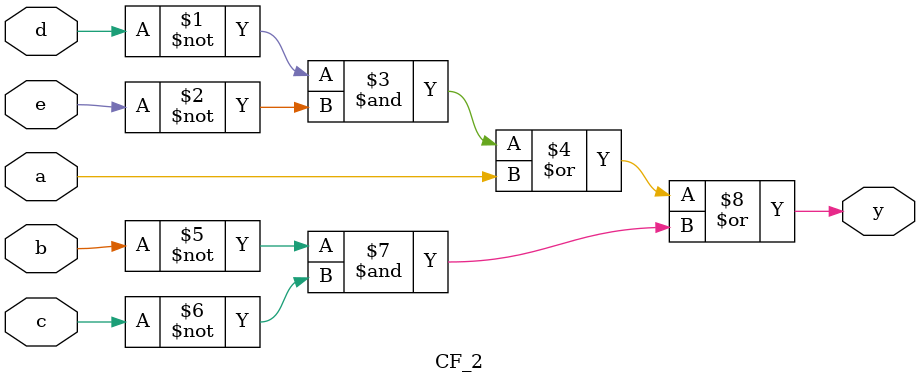
<source format=sv>
`timescale 1ns / 1ps


module CF_2(a,b,c,d,e,y );
input logic a,b,c,d,e;
output logic y;
assign y= (~d&~e)|a|(~b&~c);
endmodule

    

</source>
